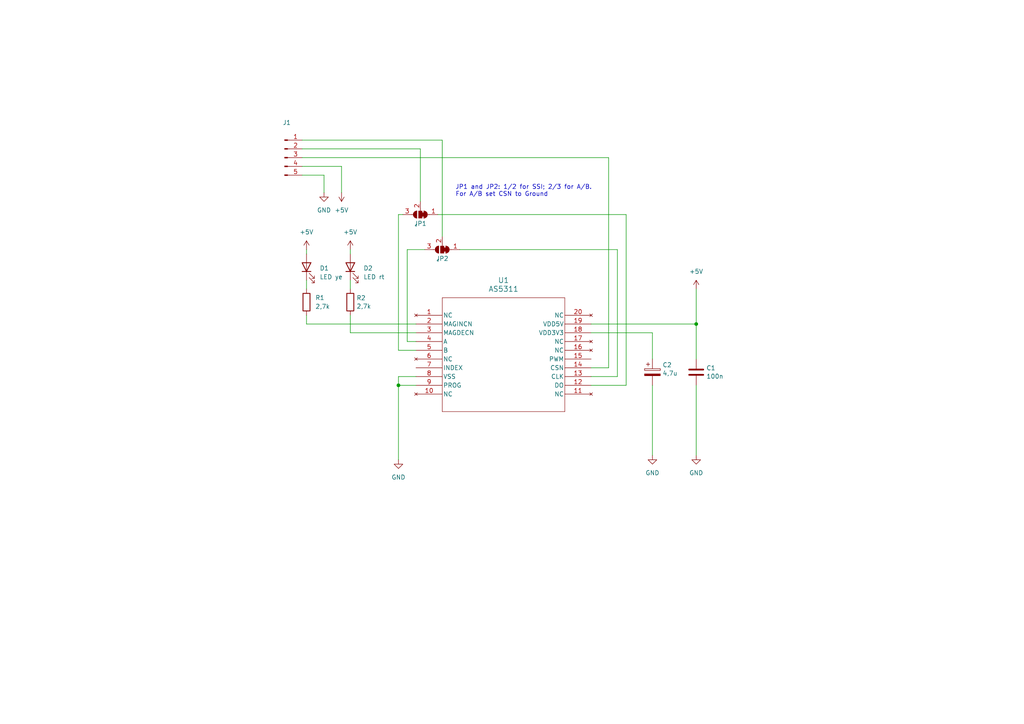
<source format=kicad_sch>
(kicad_sch (version 20231120) (generator "eeschema") (generator_version "8.0")
  (paper "A4")
  (title_block (title "AS5311 Magnetsensor für DRO") (date "2024-01-15") (company "Dipl.-Ing. Norbert Surowy"))
  (lib_symbols
    (symbol "Connector:Conn_01x05_Pin" (pin_names (offset 1.016) hide)
      (property "Reference" "J" (at 0 7.62 0))
      (property "Value" "Conn_01x05_Pin" (at 0 -7.62 0))
      (symbol "Conn_01x05_Pin_1_1"
        (polyline (pts (xy 1.27 -5.08) (xy 0.8636 -5.08)) (stroke (width 0.1524)))
        (polyline (pts (xy 1.27 -2.54) (xy 0.8636 -2.54)) (stroke (width 0.1524)))
        (polyline (pts (xy 1.27 0) (xy 0.8636 0)) (stroke (width 0.1524)))
        (polyline (pts (xy 1.27 2.54) (xy 0.8636 2.54)) (stroke (width 0.1524)))
        (polyline (pts (xy 1.27 5.08) (xy 0.8636 5.08)) (stroke (width 0.1524)))
        (rectangle (start 0.8636 -4.953) (end 0 -5.207) (stroke (width 0.1524)) (fill (type outline)))
        (rectangle (start 0.8636 -2.413) (end 0 -2.667) (stroke (width 0.1524)) (fill (type outline)))
        (rectangle (start 0.8636 0.127) (end 0 -0.127) (stroke (width 0.1524)) (fill (type outline)))
        (rectangle (start 0.8636 2.667) (end 0 2.413) (stroke (width 0.1524)) (fill (type outline)))
        (rectangle (start 0.8636 5.207) (end 0 4.953) (stroke (width 0.1524)) (fill (type outline)))
        (pin passive line (at 5.08 5.08 180) (length 3.81) (name "Pin_1") (number "1"))
        (pin passive line (at 5.08 2.54 180) (length 3.81) (name "Pin_2") (number "2"))
        (pin passive line (at 5.08 0 180) (length 3.81) (name "Pin_3") (number "3"))
        (pin passive line (at 5.08 -2.54 180) (length 3.81) (name "Pin_4") (number "4"))
        (pin passive line (at 5.08 -5.08 180) (length 3.81) (name "Pin_5") (number "5"))
      )
    )
    (symbol "Device:C" (pin_numbers hide) (pin_names (offset 0.254))
      (property "Reference" "C" (at 0.635 2.54 0))
      (property "Value" "C" (at 0.635 -2.54 0))
      (symbol "C_0_1"
        (polyline (pts (xy -2.032 -0.762) (xy 2.032 -0.762)) (stroke (width 0.508)))
        (polyline (pts (xy -2.032 0.762) (xy 2.032 0.762)) (stroke (width 0.508)))
      )
      (symbol "C_1_1"
        (pin passive line (at 0 3.81 270) (length 2.794) (name "~") (number "1"))
        (pin passive line (at 0 -3.81 90) (length 2.794) (name "~") (number "2"))
      )
    )
    (symbol "Device:C_Polarized" (pin_numbers hide) (pin_names (offset 0.254))
      (property "Reference" "C" (at 0.635 2.54 0))
      (property "Value" "C_Polarized" (at 0.635 -2.54 0))
      (symbol "C_Polarized_0_1"
        (rectangle (start -2.286 0.508) (end 2.286 1.016))
        (polyline (pts (xy -1.778 2.286) (xy -0.762 2.286)))
        (polyline (pts (xy -1.27 2.794) (xy -1.27 1.778)))
        (rectangle (start 2.286 -0.508) (end -2.286 -1.016) (fill (type outline)))
      )
      (symbol "C_Polarized_1_1"
        (pin passive line (at 0 3.81 270) (length 2.794) (name "~") (number "1"))
        (pin passive line (at 0 -3.81 90) (length 2.794) (name "~") (number "2"))
      )
    )
    (symbol "Device:LED" (pin_numbers hide) (pin_names (offset 1.016) hide)
      (property "Reference" "D" (at 0 2.54 0))
      (property "Value" "LED" (at 0 -2.54 0))
      (symbol "LED_0_1"
        (polyline (pts (xy -1.27 -1.27) (xy -1.27 1.27)) (stroke (width 0.254)))
        (polyline (pts (xy -1.27 0) (xy 1.27 0)))
        (polyline (pts (xy 1.27 -1.27) (xy 1.27 1.27) (xy -1.27 0) (xy 1.27 -1.27)) (stroke (width 0.254)))
        (polyline (pts (xy -3.048 -0.762) (xy -4.572 -2.286) (xy -3.81 -2.286) (xy -4.572 -2.286) (xy -4.572 -1.524)))
        (polyline (pts (xy -1.778 -0.762) (xy -3.302 -2.286) (xy -2.54 -2.286) (xy -3.302 -2.286) (xy -3.302 -1.524)))
      )
      (symbol "LED_1_1"
        (pin passive line (at -3.81 0 0) (length 2.54) (name "K") (number "1"))
        (pin passive line (at 3.81 0 180) (length 2.54) (name "A") (number "2"))
      )
    )
    (symbol "Device:R" (pin_numbers hide) (pin_names (offset 0))
      (property "Reference" "R" (at 2.032 0 90))
      (property "Value" "R" (at 0 0 90))
      (symbol "R_0_1"
        (rectangle (start -1.016 -2.54) (end 1.016 2.54) (stroke (width 0.254)))
      )
      (symbol "R_1_1"
        (pin passive line (at 0 3.81 270) (length 1.27) (name "~") (number "1"))
        (pin passive line (at 0 -3.81 90) (length 1.27) (name "~") (number "2"))
      )
    )
    (symbol "Jumper:SolderJumper_3_Bridged12" (pin_names (offset 0) hide)
      (property "Reference" "JP" (at -2.54 -2.54 0))
      (property "Value" "SolderJumper_3_Bridged12" (at 0 2.794 0))
      (symbol "SolderJumper_3_Bridged12_0_1"
        (rectangle (start -1.016 0.508) (end -0.508 -0.508) (fill (type outline)))
        (arc (start -1.016 1.016) (mid -2.0276 0) (end -1.016 -1.016))
        (arc (start -1.016 1.016) (mid -2.0276 0) (end -1.016 -1.016) (fill (type outline)))
        (rectangle (start -0.508 1.016) (end 0.508 -1.016) (fill (type outline)))
        (polyline (pts (xy -2.54 0) (xy -2.032 0)))
        (polyline (pts (xy -1.016 1.016) (xy -1.016 -1.016)))
        (polyline (pts (xy 0 -1.27) (xy 0 -1.016)))
        (polyline (pts (xy 1.016 1.016) (xy 1.016 -1.016)))
        (polyline (pts (xy 2.54 0) (xy 2.032 0)))
        (arc (start 1.016 -1.016) (mid 2.0276 0) (end 1.016 1.016))
        (arc (start 1.016 -1.016) (mid 2.0276 0) (end 1.016 1.016) (fill (type outline)))
      )
      (symbol "SolderJumper_3_Bridged12_1_1"
        (pin passive line (at -5.08 0 0) (length 2.54) (name "A") (number "1"))
        (pin passive line (at 0 -3.81 90) (length 2.54) (name "C") (number "2"))
        (pin passive line (at 5.08 0 180) (length 2.54) (name "B") (number "3"))
      )
    )
    (symbol "Magsensor_AS5311:AS5311-ATST-500" (pin_names (offset 0.254))
      (property "Reference" "U" (at 25.4 10.16 0))
      (property "Value" "AS5311-ATST-500" (at 25.4 7.62 0))
      (symbol "AS5311-ATST-500_0_1"
        (polyline (pts (xy 7.62 -27.94) (xy 43.18 -27.94)) (stroke (width 0.127)))
        (polyline (pts (xy 7.62 5.08) (xy 7.62 -27.94)) (stroke (width 0.127)))
        (polyline (pts (xy 43.18 -27.94) (xy 43.18 5.08)) (stroke (width 0.127)))
        (polyline (pts (xy 43.18 5.08) (xy 7.62 5.08)) (stroke (width 0.127)))
        (pin no_connect line (at 0 0 0) (length 7.62) (name "NC") (number "1"))
        (pin no_connect line (at 0 -22.86 0) (length 7.62) (name "NC") (number "10"))
        (pin no_connect line (at 50.8 -22.86 180) (length 7.62) (name "NC") (number "11"))
        (pin unspecified line (at 50.8 -20.32 180) (length 7.62) (name "DO") (number "12"))
        (pin unspecified line (at 50.8 -17.78 180) (length 7.62) (name "CLK") (number "13"))
        (pin unspecified line (at 50.8 -15.24 180) (length 7.62) (name "CSN") (number "14"))
        (pin unspecified line (at 50.8 -12.7 180) (length 7.62) (name "PWM") (number "15"))
        (pin no_connect line (at 50.8 -10.16 180) (length 7.62) (name "NC") (number "16"))
        (pin no_connect line (at 50.8 -7.62 180) (length 7.62) (name "NC") (number "17"))
        (pin unspecified line (at 50.8 -5.08 180) (length 7.62) (name "VDD3V3") (number "18"))
        (pin power_in line (at 50.8 -2.54 180) (length 7.62) (name "VDD5V") (number "19"))
        (pin unspecified line (at 0 -2.54 0) (length 7.62) (name "MAGINCN") (number "2"))
        (pin no_connect line (at 50.8 0 180) (length 7.62) (name "NC") (number "20"))
        (pin unspecified line (at 0 -5.08 0) (length 7.62) (name "MAGDECN") (number "3"))
        (pin unspecified line (at 0 -7.62 0) (length 7.62) (name "A") (number "4"))
        (pin unspecified line (at 0 -10.16 0) (length 7.62) (name "B") (number "5"))
        (pin no_connect line (at 0 -12.7 0) (length 7.62) (name "NC") (number "6"))
        (pin unspecified line (at 0 -15.24 0) (length 7.62) (name "INDEX") (number "7"))
        (pin power_out line (at 0 -17.78 0) (length 7.62) (name "VSS") (number "8"))
        (pin unspecified line (at 0 -20.32 0) (length 7.62) (name "PROG") (number "9"))
      )
    )
    (symbol "power:+5V" (power) (pin_names (offset 0))
      (property "Value" "+5V" (at 0 3.556 0))
      (symbol "+5V_0_1"
        (polyline (pts (xy -0.762 1.27) (xy 0 2.54)))
        (polyline (pts (xy 0 0) (xy 0 2.54)))
        (polyline (pts (xy 0 2.54) (xy 0.762 1.27)))
      )
      (symbol "+5V_1_1"
        (pin power_in line (at 0 0 90) (length 0) hide (name "+5V") (number "1"))
      )
    )
    (symbol "power:GND" (power) (pin_names (offset 0))
      (property "Value" "GND" (at 0 -3.81 0))
      (symbol "GND_0_1"
        (polyline (pts (xy 0 0) (xy 0 -1.27) (xy 1.27 -1.27) (xy 0 -2.54) (xy -1.27 -1.27) (xy 0 -1.27)))
      )
      (symbol "GND_1_1"
        (pin power_in line (at 0 0 270) (length 0) hide (name "GND") (number "1"))
      )
    )
  )
  (junction (at 115.57 111.76))
  (junction (at 201.93 93.98))
  (wire (pts (xy 189.23 111.76) (xy 189.23 132.08)))
  (wire (pts (xy 121.92 43.18) (xy 121.92 58.42)))
  (wire (pts (xy 115.57 111.76) (xy 115.57 133.35)))
  (wire (pts (xy 128.27 68.58) (xy 128.27 40.64)))
  (wire (pts (xy 87.63 50.8) (xy 93.98 50.8)))
  (wire (pts (xy 133.35 72.39) (xy 179.07 72.39)))
  (wire (pts (xy 171.45 109.22) (xy 179.07 109.22)))
  (wire (pts (xy 127 62.23) (xy 181.61 62.23)))
  (wire (pts (xy 171.45 96.52) (xy 189.23 96.52)))
  (wire (pts (xy 201.93 93.98) (xy 201.93 104.14)))
  (wire (pts (xy 87.63 48.26) (xy 99.06 48.26)))
  (wire (pts (xy 171.45 93.98) (xy 201.93 93.98)))
  (wire (pts (xy 115.57 62.23) (xy 115.57 101.6)))
  (wire (pts (xy 93.98 50.8) (xy 93.98 55.88)))
  (wire (pts (xy 171.45 106.68) (xy 176.53 106.68)))
  (wire (pts (xy 101.6 72.39) (xy 101.6 73.66)))
  (wire (pts (xy 87.63 43.18) (xy 121.92 43.18)))
  (wire (pts (xy 201.93 83.82) (xy 201.93 93.98)))
  (wire (pts (xy 88.9 72.39) (xy 88.9 73.66)))
  (wire (pts (xy 120.65 96.52) (xy 101.6 96.52)))
  (wire (pts (xy 101.6 96.52) (xy 101.6 91.44)))
  (wire (pts (xy 87.63 40.64) (xy 128.27 40.64)))
  (wire (pts (xy 179.07 72.39) (xy 179.07 109.22)))
  (wire (pts (xy 201.93 111.76) (xy 201.93 132.08)))
  (wire (pts (xy 181.61 62.23) (xy 181.61 111.76)))
  (wire (pts (xy 88.9 93.98) (xy 120.65 93.98)))
  (wire (pts (xy 120.65 109.22) (xy 115.57 109.22)))
  (wire (pts (xy 171.45 111.76) (xy 181.61 111.76)))
  (wire (pts (xy 88.9 81.28) (xy 88.9 83.82)))
  (wire (pts (xy 99.06 48.26) (xy 99.06 55.88)))
  (wire (pts (xy 101.6 81.28) (xy 101.6 83.82)))
  (wire (pts (xy 115.57 109.22) (xy 115.57 111.76)))
  (wire (pts (xy 88.9 93.98) (xy 88.9 91.44)))
  (wire (pts (xy 120.65 101.6) (xy 115.57 101.6)))
  (wire (pts (xy 118.11 72.39) (xy 118.11 99.06)))
  (wire (pts (xy 118.11 72.39) (xy 123.19 72.39)))
  (wire (pts (xy 115.57 111.76) (xy 120.65 111.76)))
  (wire (pts (xy 189.23 96.52) (xy 189.23 104.14)))
  (wire (pts (xy 120.65 99.06) (xy 118.11 99.06)))
  (wire (pts (xy 176.53 45.72) (xy 87.63 45.72)))
  (wire (pts (xy 176.53 106.68) (xy 176.53 45.72)))
  (wire (pts (xy 115.57 62.23) (xy 116.84 62.23)))
  (text "JP1 and JP2: 1/2 for SSI; 2/3 for A/B. \nFor A/B set CSN to Ground " (at 132.08 57.15 0) (effects (font (size 1.27 1.27)) (justify left bottom)))
  (symbol (lib_id "Magsensor_AS5311:AS5311-ATST-500") (at 120.65 91.44 0) (unit 1)
    (property "Reference" "U1" (at 146.05 81.28 0) (effects (font (size 1.524 1.524))))
    (property "Value" "AS5311" (at 146.05 83.82 0) (effects (font (size 1.524 1.524))))
    (property "Footprint" "My_Footprint:TSSOP20_AS5311-ATST-500_AMS-L" (effects (hide yes)))
    (property "Datasheet" "AS5311-ATST-500" (effects (hide yes)))
  )
  (symbol (lib_id "Device:C") (at 201.93 107.95 0) (unit 1)
    (property "Reference" "C1" (at 204.851 106.7379 0) (effects (justify left)))
    (property "Value" "100n" (at 204.851 109.1621 0) (effects (justify left)))
    (property "Footprint" "Capacitor_SMD:C_0805_2012Metric_Pad1.18x1.45mm_HandSolder" (effects (hide yes)))
  )
  (symbol (lib_id "power:GND") (at 115.57 133.35 0) (unit 1)
    (property "Reference" "#PWR04" (effects (hide yes)))
    (property "Value" "GND" (at 115.57 138.43 0))
  )
  (symbol (lib_id "Device:LED") (at 88.9 77.47 90) (unit 1)
    (property "Reference" "D1" (at 92.71 77.7875 90) (effects (justify right)))
    (property "Value" "LED ye" (at 92.71 80.3275 90) (effects (justify right)))
    (property "Footprint" "LED_SMD:LED_0805_2012Metric_Pad1.15x1.40mm_HandSolder" (effects (hide yes)))
  )
  (symbol (lib_id "power:+5V") (at 88.9 72.39 0) (unit 1)
    (property "Reference" "#PWR02" (effects (hide yes)))
    (property "Value" "+5V" (at 88.9 67.31 0))
  )
  (symbol (lib_id "Device:R") (at 88.9 87.63 180) (unit 1)
    (property "Reference" "R1" (at 91.44 86.36 0) (effects (justify right)))
    (property "Value" "2,7k" (at 91.44 88.9 0) (effects (justify right)))
    (property "Footprint" "Resistor_SMD:R_0805_2012Metric_Pad1.20x1.40mm_HandSolder" (effects (hide yes)))
  )
  (symbol (lib_id "power:GND") (at 189.23 132.08 0) (unit 1)
    (property "Reference" "#PWR03" (effects (hide yes)))
    (property "Value" "GND" (at 189.23 137.16 0))
  )
  (symbol (lib_id "Jumper:SolderJumper_3_Bridged12") (at 128.27 72.39 180) (unit 1)
    (property "Reference" "JP2" (at 128.27 74.9991 0))
    (property "Value" "~" (at 127 74.93 90) (effects (justify left)))
    (property "Footprint" "Jumper:SolderJumper-3_P1.3mm_Open_RoundedPad1.0x1.5mm_NumberLabels" (effects (hide yes)))
  )
  (symbol (lib_id "power:+5V") (at 99.06 55.88 0) (mirror x) (unit 1)
    (property "Reference" "#PWR01" (effects (hide yes)))
    (property "Value" "+5V" (at 99.06 60.96 0))
  )
  (symbol (lib_id "Device:C_Polarized") (at 189.23 107.95 0) (unit 1)
    (property "Reference" "C2" (at 192.151 105.8489 0) (effects (justify left)))
    (property "Value" "4,7u" (at 192.151 108.2731 0) (effects (justify left)))
    (property "Footprint" "Capacitor_SMD:C_1206_3216Metric_Pad1.33x1.80mm_HandSolder" (effects (hide yes)))
  )
  (symbol (lib_id "Device:R") (at 101.6 87.63 0) (unit 1)
    (property "Reference" "R2" (at 103.378 86.4178 0) (effects (justify left)))
    (property "Value" "2,7k" (at 103.378 88.8421 0) (effects (justify left)))
    (property "Footprint" "Resistor_SMD:R_0805_2012Metric_Pad1.20x1.40mm_HandSolder" (effects (hide yes)))
  )
  (symbol (lib_id "power:GND") (at 201.93 132.08 0) (unit 1)
    (property "Reference" "#PWR05" (effects (hide yes)))
    (property "Value" "GND" (at 201.93 137.16 0))
  )
  (symbol (lib_id "power:+5V") (at 201.93 83.82 0) (unit 1)
    (property "Reference" "#PWR09" (effects (hide yes)))
    (property "Value" "+5V" (at 201.93 78.74 0))
  )
  (symbol (lib_id "power:+5V") (at 101.6 72.39 0) (unit 1)
    (property "Reference" "#PWR06" (effects (hide yes)))
    (property "Value" "+5V" (at 101.6 67.31 0))
  )
  (symbol (lib_id "Device:LED") (at 101.6 77.47 90) (unit 1)
    (property "Reference" "D2" (at 105.41 77.7875 90) (effects (justify right)))
    (property "Value" "LED rt" (at 105.41 80.3275 90) (effects (justify right)))
    (property "Footprint" "LED_SMD:LED_0805_2012Metric_Pad1.15x1.40mm_HandSolder" (effects (hide yes)))
  )
  (symbol (lib_id "power:GND") (at 93.98 55.88 0) (unit 1)
    (property "Reference" "#PWR08" (effects (hide yes)))
    (property "Value" "GND" (at 93.98 60.96 0))
  )
  (symbol (lib_id "Connector:Conn_01x05_Pin") (at 82.55 45.72 0) (unit 1)
    (property "Reference" "J1" (at 83.185 35.56 0))
    (property "Value" "Conn_01x05_Pin" (effects (hide yes)))
    (property "Footprint" "Connector_JST:JST_SH_BM05B-SRSS-TB_1x05-1MP_P1.00mm_Vertical" (effects (hide yes)))
  )
  (symbol (lib_id "Jumper:SolderJumper_3_Bridged12") (at 121.92 62.23 180) (unit 1)
    (property "Reference" "JP1" (at 121.92 64.8391 0))
    (property "Value" "~" (at 120.65 64.77 90) (effects (justify left)))
    (property "Footprint" "Jumper:SolderJumper-3_P1.3mm_Open_RoundedPad1.0x1.5mm_NumberLabels" (effects (hide yes)))
  )
)
</source>
